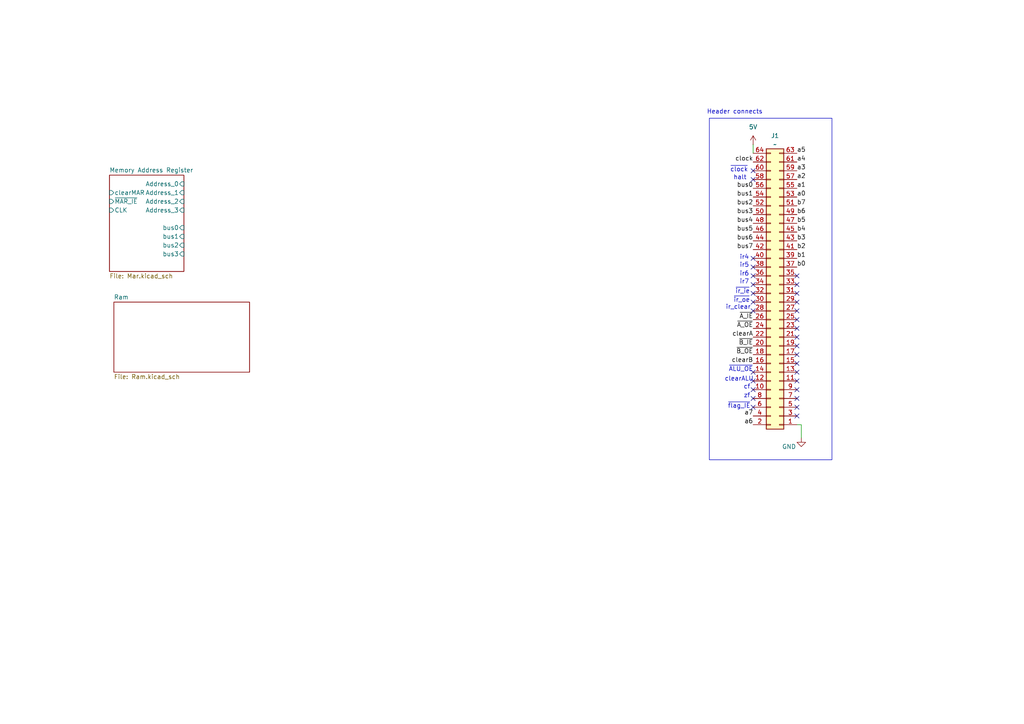
<source format=kicad_sch>
(kicad_sch (version 20250114) (generator "eeschema") (generator_version "9.0")
  (paper "A4")
  (lib_symbols
    (symbol "pc104:PC104" (in_bom no) (on_board no)
      (property "Reference" "J" (at 0.254 44.196 0))
      (symbol "PC104_1_1"
        (rectangle (start -2.54 40.767) (end -1.27 40.513) (stroke (width 0.1524)))
        (rectangle (start -2.54 38.227) (end -1.27 37.973) (stroke (width 0.1524)))
        (rectangle (start -2.54 35.687) (end -1.27 35.433) (stroke (width 0.1524)))
        (rectangle (start -2.54 33.147) (end -1.27 32.893) (stroke (width 0.1524)))
        (rectangle (start -2.54 30.607) (end -1.27 30.353) (stroke (width 0.1524)))
        (rectangle (start -2.54 28.067) (end -1.27 27.813) (stroke (width 0.1524)))
        (rectangle (start -2.54 25.527) (end -1.27 25.273) (stroke (width 0.1524)))
        (rectangle (start -2.54 22.987) (end -1.27 22.733) (stroke (width 0.1524)))
        (rectangle (start -2.54 20.447) (end -1.27 20.193) (stroke (width 0.1524)))
        (rectangle (start -2.54 17.907) (end -1.27 17.653) (stroke (width 0.1524)))
        (rectangle (start -2.54 15.367) (end -1.27 15.113) (stroke (width 0.1524)))
        (rectangle (start -2.54 12.827) (end -1.27 12.573) (stroke (width 0.1524)))
        (rectangle (start -2.54 10.287) (end -1.27 10.033) (stroke (width 0.1524)))
        (rectangle (start -2.54 7.747) (end -1.27 7.493) (stroke (width 0.1524)))
        (rectangle (start -2.54 5.207) (end -1.27 4.953) (stroke (width 0.1524)))
        (rectangle (start -2.54 2.667) (end -1.27 2.413) (stroke (width 0.1524)))
        (rectangle (start -2.54 0.127) (end -1.27 -0.127) (stroke (width 0.1524)))
        (rectangle (start -2.54 -2.413) (end -1.27 -2.667) (stroke (width 0.1524)))
        (rectangle (start -2.54 -4.953) (end -1.27 -5.207) (stroke (width 0.1524)))
        (rectangle (start -2.54 -7.493) (end -1.27 -7.747) (stroke (width 0.1524)))
        (rectangle (start -2.54 -10.033) (end -1.27 -10.287) (stroke (width 0.1524)))
        (rectangle (start -2.54 -12.573) (end -1.27 -12.827) (stroke (width 0.1524)))
        (rectangle (start -2.54 -15.113) (end -1.27 -15.367) (stroke (width 0.1524)))
        (rectangle (start -2.54 -17.653) (end -1.27 -17.907) (stroke (width 0.1524)))
        (rectangle (start -2.54 -20.193) (end -1.27 -20.447) (stroke (width 0.1524)))
        (rectangle (start -2.54 -22.733) (end -1.27 -22.987) (stroke (width 0.1524)))
        (rectangle (start -2.54 -25.273) (end -1.27 -25.527) (stroke (width 0.1524)))
        (rectangle (start -2.54 -27.813) (end -1.27 -28.067) (stroke (width 0.1524)))
        (rectangle (start -2.54 -30.353) (end -1.27 -30.607) (stroke (width 0.1524)))
        (rectangle (start -2.54 -32.893) (end -1.27 -33.147) (stroke (width 0.1524)))
        (rectangle (start -2.54 -35.433) (end -1.27 -35.687) (stroke (width 0.1524)))
        (rectangle (start -2.54 -37.973) (end -1.27 -38.227) (stroke (width 0.1524)))
        (rectangle (start 2.54 41.91) (end -2.54 -39.37) (stroke (width 0.254)) (fill (type background)))
        (rectangle (start 2.54 40.767) (end 1.27 40.513) (stroke (width 0.1524)))
        (rectangle (start 2.54 38.227) (end 1.27 37.973) (stroke (width 0.1524)))
        (rectangle (start 2.54 35.687) (end 1.27 35.433) (stroke (width 0.1524)))
        (rectangle (start 2.54 33.147) (end 1.27 32.893) (stroke (width 0.1524)))
        (rectangle (start 2.54 30.607) (end 1.27 30.353) (stroke (width 0.1524)))
        (rectangle (start 2.54 28.067) (end 1.27 27.813) (stroke (width 0.1524)))
        (rectangle (start 2.54 25.527) (end 1.27 25.273) (stroke (width 0.1524)))
        (rectangle (start 2.54 22.987) (end 1.27 22.733) (stroke (width 0.1524)))
        (rectangle (start 2.54 20.447) (end 1.27 20.193) (stroke (width 0.1524)))
        (rectangle (start 2.54 17.907) (end 1.27 17.653) (stroke (width 0.1524)))
        (rectangle (start 2.54 15.367) (end 1.27 15.113) (stroke (width 0.1524)))
        (rectangle (start 2.54 12.827) (end 1.27 12.573) (stroke (width 0.1524)))
        (rectangle (start 2.54 10.287) (end 1.27 10.033) (stroke (width 0.1524)))
        (rectangle (start 2.54 7.747) (end 1.27 7.493) (stroke (width 0.1524)))
        (rectangle (start 2.54 5.207) (end 1.27 4.953) (stroke (width 0.1524)))
        (rectangle (start 2.54 2.667) (end 1.27 2.413) (stroke (width 0.1524)))
        (rectangle (start 2.54 0.127) (end 1.27 -0.127) (stroke (width 0.1524)))
        (rectangle (start 2.54 -2.413) (end 1.27 -2.667) (stroke (width 0.1524)))
        (rectangle (start 2.54 -4.953) (end 1.27 -5.207) (stroke (width 0.1524)))
        (rectangle (start 2.54 -7.493) (end 1.27 -7.747) (stroke (width 0.1524)))
        (rectangle (start 2.54 -10.033) (end 1.27 -10.287) (stroke (width 0.1524)))
        (rectangle (start 2.54 -12.573) (end 1.27 -12.827) (stroke (width 0.1524)))
        (rectangle (start 2.54 -15.113) (end 1.27 -15.367) (stroke (width 0.1524)))
        (rectangle (start 2.54 -17.653) (end 1.27 -17.907) (stroke (width 0.1524)))
        (rectangle (start 2.54 -20.193) (end 1.27 -20.447) (stroke (width 0.1524)))
        (rectangle (start 2.54 -22.733) (end 1.27 -22.987) (stroke (width 0.1524)))
        (rectangle (start 2.54 -25.273) (end 1.27 -25.527) (stroke (width 0.1524)))
        (rectangle (start 2.54 -27.813) (end 1.27 -28.067) (stroke (width 0.1524)))
        (rectangle (start 2.54 -30.353) (end 1.27 -30.607) (stroke (width 0.1524)))
        (rectangle (start 2.54 -32.893) (end 1.27 -33.147) (stroke (width 0.1524)))
        (rectangle (start 2.54 -35.433) (end 1.27 -35.687) (stroke (width 0.1524)))
        (rectangle (start 2.54 -37.973) (end 1.27 -38.227) (stroke (width 0.1524)))
        (pin passive line (at -6.35 40.64 0) (length 3.81) (name "") (number "64"))
        (pin passive line (at -6.35 38.1 0) (length 3.81) (name "") (number "62"))
        (pin passive line (at -6.35 35.56 0) (length 3.81) (name "") (number "60"))
        (pin passive line (at -6.35 33.02 0) (length 3.81) (name "") (number "58"))
        (pin passive line (at -6.35 30.48 0) (length 3.81) (name "") (number "56"))
        (pin passive line (at -6.35 27.94 0) (length 3.81) (name "") (number "54"))
        (pin passive line (at -6.35 25.4 0) (length 3.81) (name "") (number "52"))
        (pin passive line (at -6.35 22.86 0) (length 3.81) (name "") (number "50"))
        (pin passive line (at -6.35 20.32 0) (length 3.81) (name "") (number "48"))
        (pin passive line (at -6.35 17.78 0) (length 3.81) (name "") (number "46"))
        (pin passive line (at -6.35 15.24 0) (length 3.81) (name "") (number "44"))
        (pin passive line (at -6.35 12.7 0) (length 3.81) (name "") (number "42"))
        (pin passive line (at -6.35 10.16 0) (length 3.81) (name "") (number "40"))
        (pin passive line (at -6.35 7.62 0) (length 3.81) (name "") (number "38"))
        (pin passive line (at -6.35 5.08 0) (length 3.81) (name "") (number "36"))
        (pin passive line (at -6.35 2.54 0) (length 3.81) (name "") (number "34"))
        (pin passive line (at -6.35 0 0) (length 3.81) (name "") (number "32"))
        (pin passive line (at -6.35 -2.54 0) (length 3.81) (name "") (number "30"))
        (pin passive line (at -6.35 -5.08 0) (length 3.81) (name "") (number "28"))
        (pin passive line (at -6.35 -7.62 0) (length 3.81) (name "") (number "26"))
        (pin passive line (at -6.35 -10.16 0) (length 3.81) (name "") (number "24"))
        (pin passive line (at -6.35 -12.7 0) (length 3.81) (name "") (number "22"))
        (pin passive line (at -6.35 -15.24 0) (length 3.81) (name "") (number "20"))
        (pin passive line (at -6.35 -17.78 0) (length 3.81) (name "") (number "18"))
        (pin passive line (at -6.35 -20.32 0) (length 3.81) (name "") (number "16"))
        (pin passive line (at -6.35 -22.86 0) (length 3.81) (name "") (number "14"))
        (pin passive line (at -6.35 -25.4 0) (length 3.81) (name "") (number "12"))
        (pin passive line (at -6.35 -27.94 0) (length 3.81) (name "") (number "10"))
        (pin passive line (at -6.35 -30.48 0) (length 3.81) (name "") (number "8"))
        (pin passive line (at -6.35 -33.02 0) (length 3.81) (name "") (number "6"))
        (pin passive line (at -6.35 -35.56 0) (length 3.81) (name "") (number "4"))
        (pin passive line (at -6.35 -38.1 0) (length 3.81) (name "") (number "2"))
        (pin passive line (at 6.35 40.64 180) (length 3.81) (name "") (number "63"))
        (pin passive line (at 6.35 38.1 180) (length 3.81) (name "") (number "61"))
        (pin passive line (at 6.35 35.56 180) (length 3.81) (name "") (number "59"))
        (pin passive line (at 6.35 33.02 180) (length 3.81) (name "") (number "57"))
        (pin passive line (at 6.35 30.48 180) (length 3.81) (name "") (number "55"))
        (pin passive line (at 6.35 27.94 180) (length 3.81) (name "") (number "53"))
        (pin passive line (at 6.35 25.4 180) (length 3.81) (name "") (number "51"))
        (pin passive line (at 6.35 22.86 180) (length 3.81) (name "") (number "49"))
        (pin passive line (at 6.35 20.32 180) (length 3.81) (name "") (number "47"))
        (pin passive line (at 6.35 17.78 180) (length 3.81) (name "") (number "45"))
        (pin passive line (at 6.35 15.24 180) (length 3.81) (name "") (number "43"))
        (pin passive line (at 6.35 12.7 180) (length 3.81) (name "") (number "41"))
        (pin passive line (at 6.35 10.16 180) (length 3.81) (name "") (number "39"))
        (pin passive line (at 6.35 7.62 180) (length 3.81) (name "") (number "37"))
        (pin passive line (at 6.35 5.08 180) (length 3.81) (name "") (number "35"))
        (pin passive line (at 6.35 2.54 180) (length 3.81) (name "") (number "33"))
        (pin passive line (at 6.35 0 180) (length 3.81) (name "") (number "31"))
        (pin passive line (at 6.35 -2.54 180) (length 3.81) (name "") (number "29"))
        (pin passive line (at 6.35 -5.08 180) (length 3.81) (name "") (number "27"))
        (pin passive line (at 6.35 -7.62 180) (length 3.81) (name "") (number "25"))
        (pin passive line (at 6.35 -10.16 180) (length 3.81) (name "") (number "23"))
        (pin passive line (at 6.35 -12.7 180) (length 3.81) (name "") (number "21"))
        (pin passive line (at 6.35 -15.24 180) (length 3.81) (name "") (number "19"))
        (pin passive line (at 6.35 -17.78 180) (length 3.81) (name "") (number "17"))
        (pin passive line (at 6.35 -20.32 180) (length 3.81) (name "") (number "15"))
        (pin passive line (at 6.35 -22.86 180) (length 3.81) (name "") (number "13"))
        (pin passive line (at 6.35 -25.4 180) (length 3.81) (name "") (number "11"))
        (pin passive line (at 6.35 -27.94 180) (length 3.81) (name "") (number "9"))
        (pin passive line (at 6.35 -30.48 180) (length 3.81) (name "") (number "7"))
        (pin passive line (at 6.35 -33.02 180) (length 3.81) (name "") (number "5"))
        (pin passive line (at 6.35 -35.56 180) (length 3.81) (name "") (number "3"))
        (pin passive line (at 6.35 -38.1 180) (length 3.81) (name "") (number "1"))
      )
    )
    (symbol "power:GND" (power) (pin_numbers (hide yes)) (pin_names (offset 0) (hide yes))
      (property "Value" "GND" (at 0 -3.81 0))
      (symbol "GND_0_1"
        (polyline (pts (xy 0 0) (xy 0 -1.27) (xy 1.27 -1.27) (xy 0 -2.54) (xy -1.27 -1.27) (xy 0 -1.27)))
      )
      (symbol "GND_1_1"
        (pin power_in line (at 0 0 270) (length 0) (name "~") (number "1"))
      )
    )
    (symbol "power:VCC" (power) (pin_numbers (hide yes)) (pin_names (offset 0) (hide yes))
      (property "Value" "VCC" (at 0 3.556 0))
      (symbol "VCC_0_1"
        (polyline (pts (xy -0.762 1.27) (xy 0 2.54)))
        (polyline (pts (xy 0 2.54) (xy 0.762 1.27)))
        (polyline (pts (xy 0 0) (xy 0 2.54)))
      )
      (symbol "VCC_1_1"
        (pin power_in line (at 0 0 90) (length 0) (name "~") (number "1"))
      )
    )
  )
  (rectangle (start 205.74 34.29) (end 241.3 133.35))
  (text "ir_clear" (at 214.122 89.154 0) (effects (font (size 1.27 1.27))))
  (text "cf" (at 216.662 112.268 0) (effects (font (size 1.27 1.27))))
  (text "~{flag_IE}" (at 214.376 117.856 0) (effects (font (size 1.27 1.27))))
  (text "ir7" (at 215.9 81.788 0) (effects (font (size 1.27 1.27))))
  (text "ir5" (at 215.9 76.962 0) (effects (font (size 1.27 1.27))))
  (text "Header connects" (at 213.106 32.512 0) (effects (font (size 1.27 1.27))))
  (text "~{clock}" (at 214.376 49.276 0) (effects (font (size 1.27 1.27))))
  (text "halt" (at 214.63 51.562 0) (effects (font (size 1.27 1.27))))
  (text "~{ir_oe}" (at 215.138 87.122 0) (effects (font (size 1.27 1.27))))
  (text "zf" (at 216.662 114.808 0) (effects (font (size 1.27 1.27))))
  (text "ir6" (at 215.9 79.502 0) (effects (font (size 1.27 1.27))))
  (text "clearALU" (at 214.376 109.982 0) (effects (font (size 1.27 1.27))))
  (text "~{ALU_OE}" (at 214.884 107.188 0) (effects (font (size 1.27 1.27))))
  (text "~{ir_ie}" (at 215.392 84.582 0) (effects (font (size 1.27 1.27))))
  (text "ir4" (at 215.9 74.676 0) (effects (font (size 1.27 1.27))))
  (no_connect (at 231.14 100.33))
  (no_connect (at 218.44 113.03))
  (no_connect (at 231.14 115.57))
  (no_connect (at 218.44 87.63))
  (no_connect (at 218.44 115.57))
  (no_connect (at 231.14 95.25))
  (no_connect (at 218.44 82.55))
  (no_connect (at 231.14 118.11))
  (no_connect (at 231.14 87.63))
  (no_connect (at 218.44 107.95))
  (no_connect (at 218.44 85.09))
  (no_connect (at 218.44 90.17))
  (no_connect (at 218.44 80.01))
  (no_connect (at 218.44 77.47))
  (no_connect (at 231.14 85.09))
  (no_connect (at 231.14 107.95))
  (no_connect (at 231.14 110.49))
  (no_connect (at 231.14 102.87))
  (no_connect (at 218.44 49.53))
  (no_connect (at 218.44 110.49))
  (no_connect (at 231.14 97.79))
  (no_connect (at 218.44 118.11))
  (no_connect (at 231.14 105.41))
  (no_connect (at 231.14 82.55))
  (no_connect (at 231.14 80.01))
  (no_connect (at 231.14 120.65))
  (no_connect (at 231.14 92.71))
  (no_connect (at 231.14 90.17))
  (no_connect (at 218.44 52.07))
  (no_connect (at 218.44 74.93))
  (no_connect (at 231.14 113.03))
  (wire (pts (xy 232.41 123.19) (xy 231.14 123.19)))
  (wire (pts (xy 218.44 41.91) (xy 218.44 44.45)))
  (wire (pts (xy 232.41 127) (xy 232.41 123.19)))
  (label "clearA" (at 218.44 97.79 180))
  (label "b0" (at 231.14 77.47 0))
  (label "a7" (at 218.44 120.65 180))
  (label "a0" (at 231.14 57.15 0))
  (label "bus6" (at 218.44 69.85 180))
  (label "bus0" (at 218.44 54.61 180))
  (label "bus5" (at 218.44 67.31 180))
  (label "b6" (at 231.14 62.23 0))
  (label "a1" (at 231.14 54.61 0))
  (label "a2" (at 231.14 52.07 0))
  (label "~{B_OE}" (at 218.44 102.87 180))
  (label "b3" (at 231.14 69.85 0))
  (label "a4" (at 231.14 46.99 0))
  (label "a3" (at 231.14 49.53 0))
  (label "b7" (at 231.14 59.69 0))
  (label "~{B_IE}" (at 218.44 100.33 180))
  (label "~{A_OE}" (at 218.44 95.25 180))
  (label "~{A_IE}" (at 218.44 92.71 180))
  (label "b2" (at 231.14 72.39 0))
  (label "b1" (at 231.14 74.93 0))
  (label "clock" (at 218.44 46.99 180))
  (label "b4" (at 231.14 67.31 0))
  (label "bus3" (at 218.44 62.23 180))
  (label "bus7" (at 218.44 72.39 180))
  (label "bus4" (at 218.44 64.77 180))
  (label "clearB" (at 218.44 105.41 180))
  (label "b5" (at 231.14 64.77 0))
  (label "a5" (at 231.14 44.45 0))
  (label "bus2" (at 218.44 59.69 180))
  (label "bus1" (at 218.44 57.15 180))
  (label "a6" (at 218.44 123.19 180))
  (symbol (lib_id "power:GND") (at 232.41 127 0) (unit 1) (exclude_from_sim yes)
    (property "Reference" "#PWR078" (effects (hide yes)))
    (property "Value" "GND" (at 228.854 129.54 0))
    (property "Description" "Power symbol creates a global label with name \"GND\" , ground" (effects (hide yes)))
  )
  (symbol (lib_id "pc104:PC104") (at 224.79 85.09 0) (unit 1)
    (property "Reference" "J1" (at 224.79 39.37 0))
    (property "Value" "~" (at 224.79 41.91 0))
    (property "Footprint" "MyFootPrints:PC104-Standard" (effects (hide yes)))
  )
  (symbol (lib_id "power:VCC") (at 218.44 41.91 0) (unit 1) (exclude_from_sim yes)
    (property "Reference" "#PWR01" (effects (hide yes)))
    (property "Value" "5V" (at 218.44 36.83 0))
    (property "Description" "Power symbol creates a global label with name \"VCC\"" (effects (hide yes)))
  )
  (sheet (at 31.75 50.8) (size 21.59 27.94) (stroke (width 0.1524))
    (property "Sheetname" "Memory Address Register" (at 31.75 50.0884 0) (effects (justify left bottom)))
    (property "Sheetfile" "Mar.kicad_sch" (at 31.75 79.3246 0) (effects (justify left top)))
    (pin "Address_0" input (at 53.34 53.34 0))
    (pin "bus1" input (at 53.34 68.58 0))
    (pin "bus2" input (at 53.34 71.12 0))
    (pin "bus3" input (at 53.34 73.66 0))
    (pin "bus0" input (at 53.34 66.04 0))
    (pin "Address_2" input (at 53.34 58.42 0))
    (pin "Address_1" input (at 53.34 55.88 0))
    (pin "clearMAR" input (at 31.75 55.88 180))
    (pin "~{MAR_IE}" input (at 31.75 58.42 180))
    (pin "CLK" input (at 31.75 60.96 180))
    (pin "Address_3" input (at 53.34 60.96 0))
  )
  (sheet (at 33.02 87.63) (size 39.37 20.32) (stroke (width 0.1524))
    (property "Sheetname" "Ram" (at 33.02 86.9184 0) (effects (justify left bottom)))
    (property "Sheetfile" "Ram.kicad_sch" (at 33.02 108.5346 0) (effects (justify left top)))
  )
)
</source>
